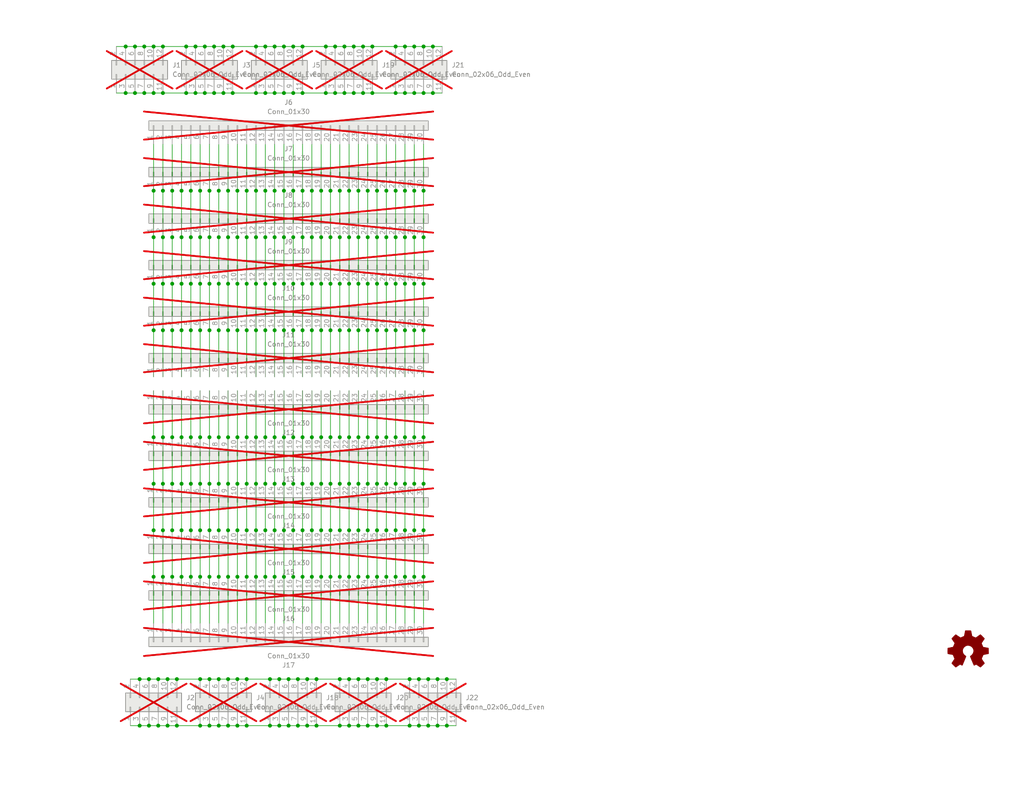
<source format=kicad_sch>
(kicad_sch (version 20230121) (generator eeschema)
  (paper "USLetter")
  (title_block (title "Control Interconnect Board OEDCS With Reworks") (date "2024-01-24") (rev "Rev 1.2") (company "Public Invention") (comment 1 "GNU Affero General Public License v3.0") (comment 2 "Contributor: Lawrence Kincheloe") (comment 3 "Drawn By: (Forrest) Lee Erickson"))
  (lib_symbols
    (symbol "Connector_Generic:Conn_01x30" (pin_names (offset 1.016) hide)
      (property "Reference" "J" (at 0 38.1 0))
      (property "Value" "Conn_01x30" (at 0 -40.64 0))
      (symbol "Conn_01x30_1_1"
        (pin passive line (at -5.08 35.56 0) (length 3.81) (name "Pin_1") (number "1"))
        (pin passive line (at -5.08 12.7 0) (length 3.81) (name "Pin_10") (number "10"))
        (pin passive line (at -5.08 10.16 0) (length 3.81) (name "Pin_11") (number "11"))
        (pin passive line (at -5.08 7.62 0) (length 3.81) (name "Pin_12") (number "12"))
        (pin passive line (at -5.08 5.08 0) (length 3.81) (name "Pin_13") (number "13"))
        (pin passive line (at -5.08 2.54 0) (length 3.81) (name "Pin_14") (number "14"))
        (pin passive line (at -5.08 0 0) (length 3.81) (name "Pin_15") (number "15"))
        (pin passive line (at -5.08 -2.54 0) (length 3.81) (name "Pin_16") (number "16"))
        (pin passive line (at -5.08 -5.08 0) (length 3.81) (name "Pin_17") (number "17"))
        (pin passive line (at -5.08 -7.62 0) (length 3.81) (name "Pin_18") (number "18"))
        (pin passive line (at -5.08 -10.16 0) (length 3.81) (name "Pin_19") (number "19"))
        (pin passive line (at -5.08 33.02 0) (length 3.81) (name "Pin_2") (number "2"))
        (pin passive line (at -5.08 -12.7 0) (length 3.81) (name "Pin_20") (number "20"))
        (pin passive line (at -5.08 -15.24 0) (length 3.81) (name "Pin_21") (number "21"))
        (pin passive line (at -5.08 -17.78 0) (length 3.81) (name "Pin_22") (number "22"))
        (pin passive line (at -5.08 -20.32 0) (length 3.81) (name "Pin_23") (number "23"))
        (pin passive line (at -5.08 -22.86 0) (length 3.81) (name "Pin_24") (number "24"))
        (pin passive line (at -5.08 -25.4 0) (length 3.81) (name "Pin_25") (number "25"))
        (pin passive line (at -5.08 -27.94 0) (length 3.81) (name "Pin_26") (number "26"))
        (pin passive line (at -5.08 -30.48 0) (length 3.81) (name "Pin_27") (number "27"))
        (pin passive line (at -5.08 -33.02 0) (length 3.81) (name "Pin_28") (number "28"))
        (pin passive line (at -5.08 -35.56 0) (length 3.81) (name "Pin_29") (number "29"))
        (pin passive line (at -5.08 30.48 0) (length 3.81) (name "Pin_3") (number "3"))
        (pin passive line (at -5.08 -38.1 0) (length 3.81) (name "Pin_30") (number "30"))
        (pin passive line (at -5.08 27.94 0) (length 3.81) (name "Pin_4") (number "4"))
        (pin passive line (at -5.08 25.4 0) (length 3.81) (name "Pin_5") (number "5"))
        (pin passive line (at -5.08 22.86 0) (length 3.81) (name "Pin_6") (number "6"))
        (pin passive line (at -5.08 20.32 0) (length 3.81) (name "Pin_7") (number "7"))
        (pin passive line (at -5.08 17.78 0) (length 3.81) (name "Pin_8") (number "8"))
        (pin passive line (at -5.08 15.24 0) (length 3.81) (name "Pin_9") (number "9"))
      )
    )
    (symbol "Connector_Generic:Conn_02x06_Odd_Even" (pin_names (offset 1.016) hide)
      (property "Reference" "J" (at 1.27 7.62 0))
      (property "Value" "Conn_02x06_Odd_Even" (at 1.27 -10.16 0))
      (symbol "Conn_02x06_Odd_Even_1_1"
        (pin passive line (at -5.08 5.08 0) (length 3.81) (name "Pin_1") (number "1"))
        (pin passive line (at 7.62 -5.08 180) (length 3.81) (name "Pin_10") (number "10"))
        (pin passive line (at -5.08 -7.62 0) (length 3.81) (name "Pin_11") (number "11"))
        (pin passive line (at 7.62 -7.62 180) (length 3.81) (name "Pin_12") (number "12"))
        (pin passive line (at 7.62 5.08 180) (length 3.81) (name "Pin_2") (number "2"))
        (pin passive line (at -5.08 2.54 0) (length 3.81) (name "Pin_3") (number "3"))
        (pin passive line (at 7.62 2.54 180) (length 3.81) (name "Pin_4") (number "4"))
        (pin passive line (at -5.08 0 0) (length 3.81) (name "Pin_5") (number "5"))
        (pin passive line (at 7.62 0 180) (length 3.81) (name "Pin_6") (number "6"))
        (pin passive line (at -5.08 -2.54 0) (length 3.81) (name "Pin_7") (number "7"))
        (pin passive line (at 7.62 -2.54 180) (length 3.81) (name "Pin_8") (number "8"))
        (pin passive line (at -5.08 -5.08 0) (length 3.81) (name "Pin_9") (number "9"))
      )
    )
    (symbol "Graphic:Logo_Open_Hardware_Small" (in_bom no) (on_board no))
  )
  (junction (at 95.25 157.48))
  (junction (at 50.8 25.4))
  (junction (at 69.85 119.38))
  (junction (at 76.2 185.42))
  (junction (at 115.57 64.77))
  (junction (at 110.49 119.38))
  (junction (at 121.92 185.42))
  (junction (at 95.25 144.78))
  (junction (at 54.61 64.77))
  (junction (at 115.57 144.78))
  (junction (at 67.31 157.48))
  (junction (at 93.98 25.4))
  (junction (at 100.33 90.17))
  (junction (at 80.01 12.7))
  (junction (at 90.17 90.17))
  (junction (at 115.57 12.7))
  (junction (at 87.63 157.48))
  (junction (at 80.01 132.08))
  (junction (at 116.84 185.42))
  (junction (at 88.9 25.4))
  (junction (at 46.99 119.38))
  (junction (at 97.79 77.47))
  (junction (at 64.77 185.42))
  (junction (at 113.03 77.47))
  (junction (at 97.79 144.78))
  (junction (at 48.26 185.42))
  (junction (at 46.99 132.08))
  (junction (at 90.17 157.48))
  (junction (at 107.95 12.7))
  (junction (at 41.91 52.07))
  (junction (at 81.28 198.12))
  (junction (at 41.91 132.08))
  (junction (at 44.45 25.4))
  (junction (at 74.93 157.48))
  (junction (at 110.49 64.77))
  (junction (at 53.34 12.7))
  (junction (at 95.25 198.12))
  (junction (at 97.79 119.38))
  (junction (at 58.42 25.4))
  (junction (at 105.41 132.08))
  (junction (at 54.61 157.48))
  (junction (at 62.23 132.08))
  (junction (at 107.95 64.77))
  (junction (at 121.92 198.12))
  (junction (at 105.41 198.12))
  (junction (at 44.45 64.77))
  (junction (at 113.03 132.08))
  (junction (at 74.93 52.07))
  (junction (at 85.09 90.17))
  (junction (at 85.09 119.38))
  (junction (at 52.07 132.08))
  (junction (at 87.63 64.77))
  (junction (at 86.36 185.42))
  (junction (at 69.85 12.7))
  (junction (at 69.85 52.07))
  (junction (at 105.41 157.48))
  (junction (at 36.83 12.7))
  (junction (at 46.99 157.48))
  (junction (at 63.5 25.4))
  (junction (at 49.53 157.48))
  (junction (at 57.15 90.17))
  (junction (at 85.09 144.78))
  (junction (at 85.09 52.07))
  (junction (at 83.82 185.42))
  (junction (at 105.41 119.38))
  (junction (at 99.06 12.7))
  (junction (at 64.77 132.08))
  (junction (at 107.95 119.38))
  (junction (at 59.69 144.78))
  (junction (at 113.03 157.48))
  (junction (at 57.15 52.07))
  (junction (at 60.96 12.7))
  (junction (at 85.09 157.48))
  (junction (at 87.63 119.38))
  (junction (at 59.69 64.77))
  (junction (at 105.41 185.42))
  (junction (at 45.72 185.42))
  (junction (at 110.49 90.17))
  (junction (at 102.87 132.08))
  (junction (at 62.23 185.42))
  (junction (at 41.91 64.77))
  (junction (at 113.03 90.17))
  (junction (at 54.61 132.08))
  (junction (at 77.47 90.17))
  (junction (at 54.61 144.78))
  (junction (at 41.91 77.47))
  (junction (at 105.41 90.17))
  (junction (at 49.53 77.47))
  (junction (at 102.87 157.48))
  (junction (at 67.31 144.78))
  (junction (at 62.23 157.48))
  (junction (at 91.44 25.4))
  (junction (at 95.25 132.08))
  (junction (at 72.39 90.17))
  (junction (at 60.96 25.4))
  (junction (at 74.93 90.17))
  (junction (at 54.61 52.07))
  (junction (at 107.95 144.78))
  (junction (at 59.69 132.08))
  (junction (at 80.01 157.48))
  (junction (at 34.29 25.4))
  (junction (at 38.1 198.12))
  (junction (at 81.28 185.42))
  (junction (at 67.31 90.17))
  (junction (at 90.17 52.07))
  (junction (at 92.71 90.17))
  (junction (at 80.01 77.47))
  (junction (at 72.39 52.07))
  (junction (at 52.07 90.17))
  (junction (at 59.69 52.07))
  (junction (at 69.85 157.48))
  (junction (at 62.23 144.78))
  (junction (at 92.71 64.77))
  (junction (at 77.47 144.78))
  (junction (at 100.33 185.42))
  (junction (at 115.57 25.4))
  (junction (at 82.55 144.78))
  (junction (at 85.09 64.77))
  (junction (at 110.49 12.7))
  (junction (at 105.41 77.47))
  (junction (at 67.31 132.08))
  (junction (at 67.31 119.38))
  (junction (at 102.87 198.12))
  (junction (at 110.49 157.48))
  (junction (at 67.31 52.07))
  (junction (at 107.95 157.48))
  (junction (at 46.99 52.07))
  (junction (at 105.41 52.07))
  (junction (at 54.61 185.42))
  (junction (at 54.61 77.47))
  (junction (at 67.31 64.77))
  (junction (at 115.57 90.17))
  (junction (at 77.47 157.48))
  (junction (at 72.39 25.4))
  (junction (at 107.95 132.08))
  (junction (at 119.38 198.12))
  (junction (at 41.91 25.4))
  (junction (at 82.55 12.7))
  (junction (at 105.41 144.78))
  (junction (at 95.25 119.38))
  (junction (at 74.93 144.78))
  (junction (at 69.85 25.4))
  (junction (at 80.01 90.17))
  (junction (at 62.23 198.12))
  (junction (at 115.57 119.38))
  (junction (at 40.64 185.42))
  (junction (at 63.5 12.7))
  (junction (at 49.53 144.78))
  (junction (at 115.57 52.07))
  (junction (at 110.49 25.4))
  (junction (at 67.31 198.12))
  (junction (at 72.39 157.48))
  (junction (at 100.33 144.78))
  (junction (at 90.17 77.47))
  (junction (at 85.09 77.47))
  (junction (at 82.55 52.07))
  (junction (at 100.33 119.38))
  (junction (at 97.79 185.42))
  (junction (at 82.55 77.47))
  (junction (at 92.71 119.38))
  (junction (at 48.26 198.12))
  (junction (at 57.15 77.47))
  (junction (at 97.79 90.17))
  (junction (at 64.77 119.38))
  (junction (at 116.84 198.12))
  (junction (at 77.47 132.08))
  (junction (at 39.37 12.7))
  (junction (at 111.76 185.42))
  (junction (at 57.15 119.38))
  (junction (at 114.3 198.12))
  (junction (at 41.91 144.78))
  (junction (at 97.79 198.12))
  (junction (at 52.07 52.07))
  (junction (at 77.47 119.38))
  (junction (at 87.63 90.17))
  (junction (at 57.15 185.42))
  (junction (at 44.45 157.48))
  (junction (at 92.71 198.12))
  (junction (at 64.77 157.48))
  (junction (at 90.17 64.77))
  (junction (at 96.52 12.7))
  (junction (at 57.15 157.48))
  (junction (at 85.09 132.08))
  (junction (at 105.41 64.77))
  (junction (at 113.03 12.7))
  (junction (at 99.06 25.4))
  (junction (at 93.98 12.7))
  (junction (at 64.77 77.47))
  (junction (at 73.66 185.42))
  (junction (at 88.9 12.7))
  (junction (at 46.99 90.17))
  (junction (at 72.39 77.47))
  (junction (at 115.57 157.48))
  (junction (at 87.63 77.47))
  (junction (at 54.61 119.38))
  (junction (at 74.93 12.7))
  (junction (at 110.49 132.08))
  (junction (at 107.95 77.47))
  (junction (at 110.49 52.07))
  (junction (at 86.36 198.12))
  (junction (at 55.88 12.7))
  (junction (at 113.03 144.78))
  (junction (at 54.61 90.17))
  (junction (at 43.18 198.12))
  (junction (at 80.01 119.38))
  (junction (at 102.87 52.07))
  (junction (at 58.42 12.7))
  (junction (at 44.45 119.38))
  (junction (at 64.77 198.12))
  (junction (at 52.07 157.48))
  (junction (at 100.33 132.08))
  (junction (at 100.33 77.47))
  (junction (at 95.25 52.07))
  (junction (at 52.07 144.78))
  (junction (at 45.72 198.12))
  (junction (at 52.07 119.38))
  (junction (at 91.44 12.7))
  (junction (at 110.49 77.47))
  (junction (at 80.01 52.07))
  (junction (at 107.95 52.07))
  (junction (at 113.03 52.07))
  (junction (at 101.6 12.7))
  (junction (at 39.37 25.4))
  (junction (at 59.69 185.42))
  (junction (at 41.91 12.7))
  (junction (at 77.47 64.77))
  (junction (at 76.2 198.12))
  (junction (at 44.45 52.07))
  (junction (at 113.03 119.38))
  (junction (at 113.03 25.4))
  (junction (at 49.53 64.77))
  (junction (at 83.82 198.12))
  (junction (at 57.15 144.78))
  (junction (at 78.74 198.12))
  (junction (at 69.85 90.17))
  (junction (at 74.93 25.4))
  (junction (at 92.71 144.78))
  (junction (at 72.39 119.38))
  (junction (at 80.01 25.4))
  (junction (at 100.33 64.77))
  (junction (at 41.91 90.17))
  (junction (at 44.45 90.17))
  (junction (at 95.25 77.47))
  (junction (at 44.45 132.08))
  (junction (at 87.63 132.08))
  (junction (at 54.61 198.12))
  (junction (at 74.93 64.77))
  (junction (at 87.63 144.78))
  (junction (at 96.52 25.4))
  (junction (at 119.38 185.42))
  (junction (at 34.29 12.7))
  (junction (at 62.23 119.38))
  (junction (at 41.91 119.38))
  (junction (at 102.87 77.47))
  (junction (at 114.3 185.42))
  (junction (at 36.83 25.4))
  (junction (at 62.23 52.07))
  (junction (at 107.95 90.17))
  (junction (at 46.99 64.77))
  (junction (at 78.74 185.42))
  (junction (at 77.47 12.7))
  (junction (at 118.11 12.7))
  (junction (at 72.39 12.7))
  (junction (at 44.45 144.78))
  (junction (at 77.47 52.07))
  (junction (at 57.15 198.12))
  (junction (at 92.71 77.47))
  (junction (at 118.11 25.4))
  (junction (at 46.99 77.47))
  (junction (at 102.87 144.78))
  (junction (at 95.25 185.42))
  (junction (at 72.39 132.08))
  (junction (at 74.93 77.47))
  (junction (at 52.07 77.47))
  (junction (at 69.85 64.77))
  (junction (at 92.71 132.08))
  (junction (at 49.53 132.08))
  (junction (at 90.17 144.78))
  (junction (at 102.87 90.17))
  (junction (at 97.79 157.48))
  (junction (at 92.71 185.42))
  (junction (at 100.33 157.48))
  (junction (at 80.01 64.77))
  (junction (at 107.95 25.4))
  (junction (at 82.55 132.08))
  (junction (at 43.18 185.42))
  (junction (at 97.79 52.07))
  (junction (at 82.55 119.38))
  (junction (at 80.01 144.78))
  (junction (at 62.23 64.77))
  (junction (at 102.87 119.38))
  (junction (at 74.93 119.38))
  (junction (at 87.63 52.07))
  (junction (at 49.53 90.17))
  (junction (at 62.23 90.17))
  (junction (at 69.85 132.08))
  (junction (at 55.88 25.4))
  (junction (at 64.77 64.77))
  (junction (at 92.71 157.48))
  (junction (at 67.31 185.42))
  (junction (at 72.39 64.77))
  (junction (at 92.71 52.07))
  (junction (at 49.53 52.07))
  (junction (at 69.85 77.47))
  (junction (at 72.39 144.78))
  (junction (at 69.85 144.78))
  (junction (at 57.15 64.77))
  (junction (at 59.69 90.17))
  (junction (at 77.47 77.47))
  (junction (at 59.69 77.47))
  (junction (at 44.45 12.7))
  (junction (at 49.53 119.38))
  (junction (at 67.31 77.47))
  (junction (at 59.69 198.12))
  (junction (at 101.6 25.4))
  (junction (at 77.47 25.4))
  (junction (at 97.79 132.08))
  (junction (at 110.49 144.78))
  (junction (at 102.87 185.42))
  (junction (at 46.99 144.78))
  (junction (at 44.45 77.47))
  (junction (at 40.64 198.12))
  (junction (at 59.69 157.48))
  (junction (at 38.1 185.42))
  (junction (at 82.55 64.77))
  (junction (at 82.55 25.4))
  (junction (at 90.17 132.08))
  (junction (at 52.07 64.77))
  (junction (at 73.66 198.12))
  (junction (at 115.57 132.08))
  (junction (at 111.76 198.12))
  (junction (at 115.57 77.47))
  (junction (at 97.79 64.77))
  (junction (at 102.87 64.77))
  (junction (at 53.34 25.4))
  (junction (at 41.91 157.48))
  (junction (at 64.77 52.07))
  (junction (at 100.33 198.12))
  (junction (at 95.25 64.77))
  (junction (at 82.55 157.48))
  (junction (at 100.33 52.07))
  (junction (at 95.25 90.17))
  (junction (at 74.93 132.08))
  (junction (at 59.69 119.38))
  (junction (at 113.03 64.77))
  (junction (at 62.23 77.47))
  (junction (at 64.77 144.78))
  (junction (at 57.15 132.08))
  (junction (at 82.55 90.17))
  (junction (at 90.17 119.38))
  (junction (at 50.8 12.7))
  (junction (at 64.77 90.17))
  (wire (pts (xy 80.01 170.18) (xy 80.01 157.48)))
  (wire (pts (xy 59.69 185.42) (xy 62.23 185.42)))
  (wire (pts (xy 67.31 39.37) (xy 67.31 52.07)))
  (wire (pts (xy 115.57 12.7) (xy 118.11 12.7)))
  (wire (pts (xy 59.69 144.78) (xy 59.69 132.08)))
  (wire (pts (xy 77.47 25.4) (xy 80.01 25.4)))
  (wire (pts (xy 76.2 185.42) (xy 78.74 185.42)))
  (wire (pts (xy 107.95 12.7) (xy 110.49 12.7)))
  (wire (pts (xy 82.55 157.48) (xy 82.55 144.78)))
  (wire (pts (xy 69.85 25.4) (xy 72.39 25.4)))
  (wire (pts (xy 93.98 12.7) (xy 96.52 12.7)))
  (wire (pts (xy 76.2 198.12) (xy 78.74 198.12)))
  (wire (pts (xy 67.31 64.77) (xy 67.31 77.47)))
  (wire (pts (xy 102.87 170.18) (xy 102.87 157.48)))
  (wire (pts (xy 49.53 64.77) (xy 49.53 77.47)))
  (wire (pts (xy 41.91 52.07) (xy 41.91 64.77)))
  (wire (pts (xy 52.07 64.77) (xy 52.07 77.47)))
  (wire (pts (xy 31.75 12.7) (xy 34.29 12.7)))
  (wire (pts (xy 82.55 144.78) (xy 82.55 132.08)))
  (wire (pts (xy 85.09 90.17) (xy 85.09 102.87)))
  (wire (pts (xy 80.01 77.47) (xy 80.01 90.17)))
  (wire (pts (xy 55.88 12.7) (xy 58.42 12.7)))
  (wire (pts (xy 72.39 77.47) (xy 72.39 90.17)))
  (wire (pts (xy 113.03 52.07) (xy 113.03 64.77)))
  (wire (pts (xy 41.91 144.78) (xy 41.91 132.08)))
  (wire (pts (xy 67.31 198.12) (xy 73.66 198.12)))
  (wire (pts (xy 80.01 90.17) (xy 80.01 102.87)))
  (wire (pts (xy 82.55 64.77) (xy 82.55 77.47)))
  (wire (pts (xy 57.15 157.48) (xy 57.15 144.78)))
  (wire (pts (xy 49.53 39.37) (xy 49.53 52.07)))
  (wire (pts (xy 73.66 185.42) (xy 76.2 185.42)))
  (wire (pts (xy 85.09 157.48) (xy 85.09 144.78)))
  (wire (pts (xy 54.61 132.08) (xy 54.61 119.38)))
  (wire (pts (xy 45.72 198.12) (xy 48.26 198.12)))
  (wire (pts (xy 34.29 12.7) (xy 36.83 12.7)))
  (wire (pts (xy 64.77 90.17) (xy 64.77 102.87)))
  (wire (pts (xy 67.31 52.07) (xy 67.31 64.77)))
  (wire (pts (xy 64.77 198.12) (xy 67.31 198.12)))
  (wire (pts (xy 86.36 198.12) (xy 92.71 198.12)))
  (wire (pts (xy 64.77 157.48) (xy 64.77 144.78)))
  (wire (pts (xy 114.3 185.42) (xy 116.84 185.42)))
  (wire (pts (xy 80.01 144.78) (xy 80.01 132.08)))
  (wire (pts (xy 74.93 39.37) (xy 74.93 52.07)))
  (wire (pts (xy 67.31 77.47) (xy 67.31 90.17)))
  (wire (pts (xy 67.31 157.48) (xy 67.31 144.78)))
  (wire (pts (xy 60.96 12.7) (xy 63.5 12.7)))
  (wire (pts (xy 46.99 52.07) (xy 46.99 64.77)))
  (wire (pts (xy 115.57 90.17) (xy 115.57 102.87)))
  (wire (pts (xy 64.77 39.37) (xy 64.77 52.07)))
  (wire (pts (xy 97.79 90.17) (xy 97.79 102.87)))
  (wire (pts (xy 72.39 12.7) (xy 74.93 12.7)))
  (wire (pts (xy 35.56 185.42) (xy 38.1 185.42)))
  (wire (pts (xy 63.5 12.7) (xy 69.85 12.7)))
  (wire (pts (xy 49.53 90.17) (xy 49.53 102.87)))
  (wire (pts (xy 91.44 12.7) (xy 93.98 12.7)))
  (wire (pts (xy 36.83 25.4) (xy 39.37 25.4)))
  (wire (pts (xy 99.06 12.7) (xy 101.6 12.7)))
  (wire (pts (xy 102.87 198.12) (xy 105.41 198.12)))
  (wire (pts (xy 97.79 39.37) (xy 97.79 52.07)))
  (wire (pts (xy 67.31 90.17) (xy 67.31 102.87)))
  (wire (pts (xy 62.23 185.42) (xy 64.77 185.42)))
  (wire (pts (xy 90.17 119.38) (xy 90.17 106.68)))
  (wire (pts (xy 110.49 132.08) (xy 110.49 119.38)))
  (wire (pts (xy 110.49 90.17) (xy 110.49 102.87)))
  (wire (pts (xy 102.87 39.37) (xy 102.87 52.07)))
  (wire (pts (xy 102.87 52.07) (xy 102.87 64.77)))
  (wire (pts (xy 110.49 170.18) (xy 110.49 157.48)))
  (wire (pts (xy 92.71 39.37) (xy 92.71 52.07)))
  (wire (pts (xy 100.33 64.77) (xy 100.33 77.47)))
  (wire (pts (xy 105.41 132.08) (xy 105.41 119.38)))
  (wire (pts (xy 95.25 119.38) (xy 95.25 106.68)))
  (wire (pts (xy 35.56 198.12) (xy 38.1 198.12)))
  (wire (pts (xy 78.74 198.12) (xy 81.28 198.12)))
  (wire (pts (xy 40.64 198.12) (xy 43.18 198.12)))
  (wire (pts (xy 87.63 170.18) (xy 87.63 157.48)))
  (wire (pts (xy 67.31 185.42) (xy 73.66 185.42)))
  (wire (pts (xy 115.57 157.48) (xy 115.57 144.78)))
  (wire (pts (xy 90.17 157.48) (xy 90.17 144.78)))
  (wire (pts (xy 97.79 185.42) (xy 100.33 185.42)))
  (wire (pts (xy 87.63 64.77) (xy 87.63 77.47)))
  (wire (pts (xy 50.8 25.4) (xy 53.34 25.4)))
  (wire (pts (xy 57.15 170.18) (xy 57.15 157.48)))
  (wire (pts (xy 48.26 198.12) (xy 54.61 198.12)))
  (wire (pts (xy 87.63 132.08) (xy 87.63 119.38)))
  (wire (pts (xy 107.95 132.08) (xy 107.95 119.38)))
  (wire (pts (xy 53.34 12.7) (xy 55.88 12.7)))
  (wire (pts (xy 58.42 25.4) (xy 60.96 25.4)))
  (wire (pts (xy 85.09 39.37) (xy 85.09 52.07)))
  (wire (pts (xy 54.61 64.77) (xy 54.61 77.47)))
  (wire (pts (xy 49.53 119.38) (xy 49.53 106.68)))
  (wire (pts (xy 83.82 198.12) (xy 86.36 198.12)))
  (wire (pts (xy 58.42 12.7) (xy 60.96 12.7)))
  (wire (pts (xy 59.69 132.08) (xy 59.69 119.38)))
  (wire (pts (xy 82.55 90.17) (xy 82.55 102.87)))
  (wire (pts (xy 59.69 157.48) (xy 59.69 144.78)))
  (wire (pts (xy 69.85 157.48) (xy 69.85 144.78)))
  (wire (pts (xy 110.49 77.47) (xy 110.49 90.17)))
  (wire (pts (xy 46.99 119.38) (xy 46.99 106.68)))
  (wire (pts (xy 44.45 90.17) (xy 44.45 102.87)))
  (wire (pts (xy 53.34 25.4) (xy 55.88 25.4)))
  (wire (pts (xy 43.18 198.12) (xy 45.72 198.12)))
  (wire (pts (xy 90.17 132.08) (xy 90.17 119.38)))
  (wire (pts (xy 86.36 185.42) (xy 92.71 185.42)))
  (wire (pts (xy 102.87 64.77) (xy 102.87 77.47)))
  (wire (pts (xy 119.38 185.42) (xy 121.92 185.42)))
  (wire (pts (xy 62.23 198.12) (xy 64.77 198.12)))
  (wire (pts (xy 44.45 132.08) (xy 44.45 119.38)))
  (wire (pts (xy 41.91 157.48) (xy 41.91 144.78)))
  (wire (pts (xy 82.55 132.08) (xy 82.55 119.38)))
  (wire (pts (xy 67.31 132.08) (xy 67.31 119.38)))
  (wire (pts (xy 90.17 170.18) (xy 90.17 157.48)))
  (wire (pts (xy 69.85 170.18) (xy 69.85 157.48)))
  (wire (pts (xy 62.23 170.18) (xy 62.23 157.48)))
  (wire (pts (xy 92.71 119.38) (xy 92.71 106.68)))
  (wire (pts (xy 92.71 77.47) (xy 92.71 90.17)))
  (wire (pts (xy 115.57 132.08) (xy 115.57 119.38)))
  (wire (pts (xy 96.52 25.4) (xy 99.06 25.4)))
  (wire (pts (xy 69.85 119.38) (xy 69.85 106.68)))
  (wire (pts (xy 69.85 39.37) (xy 69.85 52.07)))
  (wire (pts (xy 87.63 39.37) (xy 87.63 52.07)))
  (wire (pts (xy 74.93 157.48) (xy 74.93 144.78)))
  (wire (pts (xy 113.03 144.78) (xy 113.03 132.08)))
  (wire (pts (xy 105.41 77.47) (xy 105.41 90.17)))
  (wire (pts (xy 54.61 144.78) (xy 54.61 132.08)))
  (wire (pts (xy 97.79 144.78) (xy 97.79 132.08)))
  (wire (pts (xy 105.41 90.17) (xy 105.41 102.87)))
  (wire (pts (xy 73.66 198.12) (xy 76.2 198.12)))
  (wire (pts (xy 110.49 25.4) (xy 113.03 25.4)))
  (wire (pts (xy 44.45 52.07) (xy 44.45 64.77)))
  (wire (pts (xy 82.55 39.37) (xy 82.55 52.07)))
  (wire (pts (xy 54.61 77.47) (xy 54.61 90.17)))
  (wire (pts (xy 82.55 77.47) (xy 82.55 90.17)))
  (wire (pts (xy 44.45 170.18) (xy 44.45 157.48)))
  (wire (pts (xy 105.41 144.78) (xy 105.41 132.08)))
  (wire (pts (xy 44.45 12.7) (xy 50.8 12.7)))
  (wire (pts (xy 107.95 119.38) (xy 107.95 106.68)))
  (wire (pts (xy 97.79 52.07) (xy 97.79 64.77)))
  (wire (pts (xy 46.99 39.37) (xy 46.99 52.07)))
  (wire (pts (xy 81.28 198.12) (xy 83.82 198.12)))
  (wire (pts (xy 101.6 25.4) (xy 107.95 25.4)))
  (wire (pts (xy 111.76 198.12) (xy 114.3 198.12)))
  (wire (pts (xy 72.39 64.77) (xy 72.39 77.47)))
  (wire (pts (xy 41.91 119.38) (xy 41.91 106.68)))
  (wire (pts (xy 41.91 170.18) (xy 41.91 157.48)))
  (wire (pts (xy 97.79 119.38) (xy 97.79 106.68)))
  (wire (pts (xy 82.55 52.07) (xy 82.55 64.77)))
  (wire (pts (xy 85.09 77.47) (xy 85.09 90.17)))
  (wire (pts (xy 107.95 64.77) (xy 107.95 77.47)))
  (wire (pts (xy 41.91 39.37) (xy 41.91 52.07)))
  (wire (pts (xy 48.26 185.42) (xy 54.61 185.42)))
  (wire (pts (xy 52.07 132.08) (xy 52.07 119.38)))
  (wire (pts (xy 72.39 25.4) (xy 74.93 25.4)))
  (wire (pts (xy 54.61 119.38) (xy 54.61 106.68)))
  (wire (pts (xy 115.57 64.77) (xy 115.57 77.47)))
  (wire (pts (xy 121.92 185.42) (xy 124.46 185.42)))
  (wire (pts (xy 107.95 157.48) (xy 107.95 144.78)))
  (wire (pts (xy 59.69 52.07) (xy 59.69 64.77)))
  (wire (pts (xy 69.85 52.07) (xy 69.85 64.77)))
  (wire (pts (xy 52.07 39.37) (xy 52.07 52.07)))
  (wire (pts (xy 99.06 25.4) (xy 101.6 25.4)))
  (wire (pts (xy 85.09 64.77) (xy 85.09 77.47)))
  (wire (pts (xy 102.87 185.42) (xy 105.41 185.42)))
  (wire (pts (xy 52.07 52.07) (xy 52.07 64.77)))
  (wire (pts (xy 55.88 25.4) (xy 58.42 25.4)))
  (wire (pts (xy 77.47 119.38) (xy 77.47 106.68)))
  (wire (pts (xy 107.95 52.07) (xy 107.95 64.77)))
  (wire (pts (xy 64.77 119.38) (xy 64.77 106.68)))
  (wire (pts (xy 74.93 90.17) (xy 74.93 102.87)))
  (wire (pts (xy 110.49 12.7) (xy 113.03 12.7)))
  (wire (pts (xy 57.15 185.42) (xy 59.69 185.42)))
  (wire (pts (xy 52.07 119.38) (xy 52.07 106.68)))
  (wire (pts (xy 80.01 132.08) (xy 80.01 119.38)))
  (wire (pts (xy 59.69 119.38) (xy 59.69 106.68)))
  (wire (pts (xy 62.23 119.38) (xy 62.23 106.68)))
  (wire (pts (xy 95.25 157.48) (xy 95.25 144.78)))
  (wire (pts (xy 110.49 64.77) (xy 110.49 77.47)))
  (wire (pts (xy 62.23 39.37) (xy 62.23 52.07)))
  (wire (pts (xy 100.33 157.48) (xy 100.33 144.78)))
  (wire (pts (xy 67.31 144.78) (xy 67.31 132.08)))
  (wire (pts (xy 74.93 144.78) (xy 74.93 132.08)))
  (wire (pts (xy 105.41 185.42) (xy 111.76 185.42)))
  (wire (pts (xy 69.85 64.77) (xy 69.85 77.47)))
  (wire (pts (xy 87.63 119.38) (xy 87.63 106.68)))
  (wire (pts (xy 87.63 77.47) (xy 87.63 90.17)))
  (wire (pts (xy 87.63 157.48) (xy 87.63 144.78)))
  (wire (pts (xy 49.53 170.18) (xy 49.53 157.48)))
  (wire (pts (xy 59.69 170.18) (xy 59.69 157.48)))
  (wire (pts (xy 72.39 90.17) (xy 72.39 102.87)))
  (wire (pts (xy 85.09 144.78) (xy 85.09 132.08)))
  (wire (pts (xy 62.23 52.07) (xy 62.23 64.77)))
  (wire (pts (xy 54.61 39.37) (xy 54.61 52.07)))
  (wire (pts (xy 95.25 77.47) (xy 95.25 90.17)))
  (wire (pts (xy 72.39 132.08) (xy 72.39 119.38)))
  (wire (pts (xy 97.79 64.77) (xy 97.79 77.47)))
  (wire (pts (xy 80.01 119.38) (xy 80.01 106.68)))
  (wire (pts (xy 102.87 144.78) (xy 102.87 132.08)))
  (wire (pts (xy 100.33 119.38) (xy 100.33 106.68)))
  (wire (pts (xy 60.96 25.4) (xy 63.5 25.4)))
  (wire (pts (xy 52.07 144.78) (xy 52.07 132.08)))
  (wire (pts (xy 107.95 39.37) (xy 107.95 52.07)))
  (wire (pts (xy 64.77 144.78) (xy 64.77 132.08)))
  (wire (pts (xy 67.31 119.38) (xy 67.31 106.68)))
  (wire (pts (xy 102.87 77.47) (xy 102.87 90.17)))
  (wire (pts (xy 45.72 185.42) (xy 48.26 185.42)))
  (wire (pts (xy 80.01 12.7) (xy 82.55 12.7)))
  (wire (pts (xy 96.52 12.7) (xy 99.06 12.7)))
  (wire (pts (xy 100.33 77.47) (xy 100.33 90.17)))
  (wire (pts (xy 77.47 12.7) (xy 80.01 12.7)))
  (wire (pts (xy 100.33 198.12) (xy 102.87 198.12)))
  (wire (pts (xy 54.61 185.42) (xy 57.15 185.42)))
  (wire (pts (xy 72.39 39.37) (xy 72.39 52.07)))
  (wire (pts (xy 34.29 25.4) (xy 36.83 25.4)))
  (wire (pts (xy 77.47 157.48) (xy 77.47 144.78)))
  (wire (pts (xy 80.01 64.77) (xy 80.01 77.47)))
  (wire (pts (xy 110.49 144.78) (xy 110.49 132.08)))
  (wire (pts (xy 49.53 52.07) (xy 49.53 64.77)))
  (wire (pts (xy 92.71 157.48) (xy 92.71 144.78)))
  (wire (pts (xy 115.57 170.18) (xy 115.57 157.48)))
  (wire (pts (xy 82.55 119.38) (xy 82.55 106.68)))
  (wire (pts (xy 57.15 52.07) (xy 57.15 64.77)))
  (wire (pts (xy 107.95 25.4) (xy 110.49 25.4)))
  (wire (pts (xy 57.15 77.47) (xy 57.15 90.17)))
  (wire (pts (xy 44.45 144.78) (xy 44.45 132.08)))
  (wire (pts (xy 105.41 39.37) (xy 105.41 52.07)))
  (wire (pts (xy 74.93 52.07) (xy 74.93 64.77)))
  (wire (pts (xy 74.93 170.18) (xy 74.93 157.48)))
  (wire (pts (xy 41.91 132.08) (xy 41.91 119.38)))
  (wire (pts (xy 77.47 144.78) (xy 77.47 132.08)))
  (wire (pts (xy 100.33 39.37) (xy 100.33 52.07)))
  (wire (pts (xy 54.61 170.18) (xy 54.61 157.48)))
  (wire (pts (xy 49.53 132.08) (xy 49.53 119.38)))
  (wire (pts (xy 69.85 77.47) (xy 69.85 90.17)))
  (wire (pts (xy 57.15 90.17) (xy 57.15 102.87)))
  (wire (pts (xy 90.17 90.17) (xy 90.17 102.87)))
  (wire (pts (xy 64.77 64.77) (xy 64.77 77.47)))
  (wire (pts (xy 115.57 119.38) (xy 115.57 106.68)))
  (wire (pts (xy 90.17 77.47) (xy 90.17 90.17)))
  (wire (pts (xy 72.39 170.18) (xy 72.39 157.48)))
  (wire (pts (xy 59.69 64.77) (xy 59.69 77.47)))
  (wire (pts (xy 113.03 170.18) (xy 113.03 157.48)))
  (wire (pts (xy 52.07 157.48) (xy 52.07 144.78)))
  (wire (pts (xy 46.99 90.17) (xy 46.99 102.87)))
  (wire (pts (xy 87.63 144.78) (xy 87.63 132.08)))
  (wire (pts (xy 40.64 185.42) (xy 43.18 185.42)))
  (wire (pts (xy 39.37 12.7) (xy 41.91 12.7)))
  (wire (pts (xy 57.15 198.12) (xy 59.69 198.12)))
  (wire (pts (xy 69.85 132.08) (xy 69.85 119.38)))
  (wire (pts (xy 77.47 39.37) (xy 77.47 52.07)))
  (wire (pts (xy 74.93 64.77) (xy 74.93 77.47)))
  (wire (pts (xy 57.15 64.77) (xy 57.15 77.47)))
  (wire (pts (xy 113.03 12.7) (xy 115.57 12.7)))
  (wire (pts (xy 92.71 52.07) (xy 92.71 64.77)))
  (wire (pts (xy 52.07 170.18) (xy 52.07 157.48)))
  (wire (pts (xy 77.47 64.77) (xy 77.47 77.47)))
  (wire (pts (xy 62.23 132.08) (xy 62.23 119.38)))
  (wire (pts (xy 46.99 157.48) (xy 46.99 144.78)))
  (wire (pts (xy 49.53 144.78) (xy 49.53 132.08)))
  (wire (pts (xy 80.01 157.48) (xy 80.01 144.78)))
  (wire (pts (xy 105.41 198.12) (xy 111.76 198.12)))
  (wire (pts (xy 52.07 77.47) (xy 52.07 90.17)))
  (wire (pts (xy 100.33 170.18) (xy 100.33 157.48)))
  (wire (pts (xy 31.75 25.4) (xy 34.29 25.4)))
  (wire (pts (xy 107.95 144.78) (xy 107.95 132.08)))
  (wire (pts (xy 100.33 144.78) (xy 100.33 132.08)))
  (wire (pts (xy 54.61 157.48) (xy 54.61 144.78)))
  (wire (pts (xy 111.76 185.42) (xy 114.3 185.42)))
  (wire (pts (xy 115.57 39.37) (xy 115.57 52.07)))
  (wire (pts (xy 38.1 185.42) (xy 40.64 185.42)))
  (wire (pts (xy 85.09 52.07) (xy 85.09 64.77)))
  (wire (pts (xy 64.77 52.07) (xy 64.77 64.77)))
  (wire (pts (xy 80.01 25.4) (xy 82.55 25.4)))
  (wire (pts (xy 44.45 39.37) (xy 44.45 52.07)))
  (wire (pts (xy 77.47 170.18) (xy 77.47 157.48)))
  (wire (pts (xy 59.69 90.17) (xy 59.69 102.87)))
  (wire (pts (xy 74.93 77.47) (xy 74.93 90.17)))
  (wire (pts (xy 74.93 132.08) (xy 74.93 119.38)))
  (wire (pts (xy 64.77 132.08) (xy 64.77 119.38)))
  (wire (pts (xy 113.03 64.77) (xy 113.03 77.47)))
  (wire (pts (xy 121.92 198.12) (xy 124.46 198.12)))
  (wire (pts (xy 113.03 119.38) (xy 113.03 106.68)))
  (wire (pts (xy 113.03 77.47) (xy 113.03 90.17)))
  (wire (pts (xy 44.45 64.77) (xy 44.45 77.47)))
  (wire (pts (xy 97.79 132.08) (xy 97.79 119.38)))
  (wire (pts (xy 57.15 132.08) (xy 57.15 119.38)))
  (wire (pts (xy 80.01 39.37) (xy 80.01 52.07)))
  (wire (pts (xy 105.41 64.77) (xy 105.41 77.47)))
  (wire (pts (xy 74.93 12.7) (xy 77.47 12.7)))
  (wire (pts (xy 101.6 12.7) (xy 107.95 12.7)))
  (wire (pts (xy 41.91 25.4) (xy 44.45 25.4)))
  (wire (pts (xy 72.39 157.48) (xy 72.39 144.78)))
  (wire (pts (xy 62.23 157.48) (xy 62.23 144.78)))
  (wire (pts (xy 64.77 77.47) (xy 64.77 90.17)))
  (wire (pts (xy 87.63 52.07) (xy 87.63 64.77)))
  (wire (pts (xy 115.57 77.47) (xy 115.57 90.17)))
  (wire (pts (xy 115.57 144.78) (xy 115.57 132.08)))
  (wire (pts (xy 38.1 198.12) (xy 40.64 198.12)))
  (wire (pts (xy 110.49 52.07) (xy 110.49 64.77)))
  (wire (pts (xy 113.03 157.48) (xy 113.03 144.78)))
  (wire (pts (xy 107.95 90.17) (xy 107.95 102.87)))
  (wire (pts (xy 69.85 12.7) (xy 72.39 12.7)))
  (wire (pts (xy 82.55 12.7) (xy 88.9 12.7)))
  (wire (pts (xy 57.15 144.78) (xy 57.15 132.08)))
  (wire (pts (xy 115.57 25.4) (xy 118.11 25.4)))
  (wire (pts (xy 62.23 90.17) (xy 62.23 102.87)))
  (wire (pts (xy 39.37 25.4) (xy 41.91 25.4)))
  (wire (pts (xy 82.55 25.4) (xy 88.9 25.4)))
  (wire (pts (xy 102.87 157.48) (xy 102.87 144.78)))
  (wire (pts (xy 110.49 39.37) (xy 110.49 52.07)))
  (wire (pts (xy 95.25 170.18) (xy 95.25 157.48)))
  (wire (pts (xy 44.45 77.47) (xy 44.45 90.17)))
  (wire (pts (xy 82.55 170.18) (xy 82.55 157.48)))
  (wire (pts (xy 77.47 90.17) (xy 77.47 102.87)))
  (wire (pts (xy 50.8 12.7) (xy 53.34 12.7)))
  (wire (pts (xy 95.25 90.17) (xy 95.25 102.87)))
  (wire (pts (xy 41.91 90.17) (xy 41.91 102.87)))
  (wire (pts (xy 52.07 90.17) (xy 52.07 102.87)))
  (wire (pts (xy 113.03 90.17) (xy 113.03 102.87)))
  (wire (pts (xy 46.99 132.08) (xy 46.99 119.38)))
  (wire (pts (xy 41.91 77.47) (xy 41.91 90.17)))
  (wire (pts (xy 87.63 90.17) (xy 87.63 102.87)))
  (wire (pts (xy 36.83 12.7) (xy 39.37 12.7)))
  (wire (pts (xy 118.11 25.4) (xy 120.65 25.4)))
  (wire (pts (xy 49.53 157.48) (xy 49.53 144.78)))
  (wire (pts (xy 41.91 12.7) (xy 44.45 12.7)))
  (wire (pts (xy 62.23 64.77) (xy 62.23 77.47)))
  (wire (pts (xy 95.25 144.78) (xy 95.25 132.08)))
  (wire (pts (xy 67.31 170.18) (xy 67.31 157.48)))
  (wire (pts (xy 62.23 77.47) (xy 62.23 90.17)))
  (wire (pts (xy 107.95 170.18) (xy 107.95 157.48)))
  (wire (pts (xy 92.71 64.77) (xy 92.71 77.47)))
  (wire (pts (xy 113.03 132.08) (xy 113.03 119.38)))
  (wire (pts (xy 74.93 25.4) (xy 77.47 25.4)))
  (wire (pts (xy 105.41 119.38) (xy 105.41 106.68)))
  (wire (pts (xy 90.17 64.77) (xy 90.17 77.47)))
  (wire (pts (xy 100.33 132.08) (xy 100.33 119.38)))
  (wire (pts (xy 113.03 25.4) (xy 115.57 25.4)))
  (wire (pts (xy 59.69 39.37) (xy 59.69 52.07)))
  (wire (pts (xy 44.45 25.4) (xy 50.8 25.4)))
  (wire (pts (xy 46.99 64.77) (xy 46.99 77.47)))
  (wire (pts (xy 100.33 185.42) (xy 102.87 185.42)))
  (wire (pts (xy 95.25 64.77) (xy 95.25 77.47)))
  (wire (pts (xy 64.77 170.18) (xy 64.77 157.48)))
  (wire (pts (xy 69.85 144.78) (xy 69.85 132.08)))
  (wire (pts (xy 59.69 77.47) (xy 59.69 90.17)))
  (wire (pts (xy 92.71 198.12) (xy 95.25 198.12)))
  (wire (pts (xy 69.85 90.17) (xy 69.85 102.87)))
  (wire (pts (xy 77.47 52.07) (xy 77.47 64.77)))
  (wire (pts (xy 41.91 64.77) (xy 41.91 77.47)))
  (wire (pts (xy 88.9 12.7) (xy 91.44 12.7)))
  (wire (pts (xy 92.71 185.42) (xy 95.25 185.42)))
  (wire (pts (xy 110.49 119.38) (xy 110.49 106.68)))
  (wire (pts (xy 80.01 52.07) (xy 80.01 64.77)))
  (wire (pts (xy 116.84 198.12) (xy 119.38 198.12)))
  (wire (pts (xy 74.93 119.38) (xy 74.93 106.68)))
  (wire (pts (xy 91.44 25.4) (xy 93.98 25.4)))
  (wire (pts (xy 46.99 144.78) (xy 46.99 132.08)))
  (wire (pts (xy 118.11 12.7) (xy 120.65 12.7)))
  (wire (pts (xy 110.49 157.48) (xy 110.49 144.78)))
  (wire (pts (xy 85.09 170.18) (xy 85.09 157.48)))
  (wire (pts (xy 95.25 198.12) (xy 97.79 198.12)))
  (wire (pts (xy 85.09 119.38) (xy 85.09 106.68)))
  (wire (pts (xy 92.71 170.18) (xy 92.71 157.48)))
  (wire (pts (xy 63.5 25.4) (xy 69.85 25.4)))
  (wire (pts (xy 116.84 185.42) (xy 119.38 185.42)))
  (wire (pts (xy 62.23 144.78) (xy 62.23 132.08)))
  (wire (pts (xy 54.61 52.07) (xy 54.61 64.77)))
  (wire (pts (xy 54.61 90.17) (xy 54.61 102.87)))
  (wire (pts (xy 97.79 77.47) (xy 97.79 90.17)))
  (wire (pts (xy 90.17 144.78) (xy 90.17 132.08)))
  (wire (pts (xy 72.39 144.78) (xy 72.39 132.08)))
  (wire (pts (xy 102.87 132.08) (xy 102.87 119.38)))
  (wire (pts (xy 114.3 198.12) (xy 116.84 198.12)))
  (wire (pts (xy 97.79 198.12) (xy 100.33 198.12)))
  (wire (pts (xy 44.45 157.48) (xy 44.45 144.78)))
  (wire (pts (xy 115.57 52.07) (xy 115.57 64.77)))
  (wire (pts (xy 92.71 132.08) (xy 92.71 119.38)))
  (wire (pts (xy 100.33 52.07) (xy 100.33 64.77)))
  (wire (pts (xy 64.77 185.42) (xy 67.31 185.42)))
  (wire (pts (xy 46.99 170.18) (xy 46.99 157.48)))
  (wire (pts (xy 90.17 52.07) (xy 90.17 64.77)))
  (wire (pts (xy 95.25 39.37) (xy 95.25 52.07)))
  (wire (pts (xy 97.79 170.18) (xy 97.79 157.48)))
  (wire (pts (xy 100.33 90.17) (xy 100.33 102.87)))
  (wire (pts (xy 72.39 119.38) (xy 72.39 106.68)))
  (wire (pts (xy 95.25 132.08) (xy 95.25 119.38)))
  (wire (pts (xy 83.82 185.42) (xy 86.36 185.42)))
  (wire (pts (xy 46.99 77.47) (xy 46.99 90.17)))
  (wire (pts (xy 105.41 52.07) (xy 105.41 64.77)))
  (wire (pts (xy 102.87 119.38) (xy 102.87 106.68)))
  (wire (pts (xy 93.98 25.4) (xy 96.52 25.4)))
  (wire (pts (xy 102.87 90.17) (xy 102.87 102.87)))
  (wire (pts (xy 90.17 39.37) (xy 90.17 52.07)))
  (wire (pts (xy 72.39 52.07) (xy 72.39 64.77)))
  (wire (pts (xy 57.15 39.37) (xy 57.15 52.07)))
  (wire (pts (xy 77.47 77.47) (xy 77.47 90.17)))
  (wire (pts (xy 59.69 198.12) (xy 62.23 198.12)))
  (wire (pts (xy 44.45 119.38) (xy 44.45 106.68)))
  (wire (pts (xy 97.79 157.48) (xy 97.79 144.78)))
  (wire (pts (xy 113.03 39.37) (xy 113.03 52.07)))
  (wire (pts (xy 77.47 132.08) (xy 77.47 119.38)))
  (wire (pts (xy 95.25 185.42) (xy 97.79 185.42)))
  (wire (pts (xy 95.25 52.07) (xy 95.25 64.77)))
  (wire (pts (xy 85.09 132.08) (xy 85.09 119.38)))
  (wire (pts (xy 119.38 198.12) (xy 121.92 198.12)))
  (wire (pts (xy 49.53 77.47) (xy 49.53 90.17)))
  (wire (pts (xy 92.71 90.17) (xy 92.71 102.87)))
  (wire (pts (xy 105.41 170.18) (xy 105.41 157.48)))
  (wire (pts (xy 81.28 185.42) (xy 83.82 185.42)))
  (wire (pts (xy 78.74 185.42) (xy 81.28 185.42)))
  (wire (pts (xy 107.95 77.47) (xy 107.95 90.17)))
  (wire (pts (xy 43.18 185.42) (xy 45.72 185.42)))
  (wire (pts (xy 88.9 25.4) (xy 91.44 25.4)))
  (wire (pts (xy 92.71 144.78) (xy 92.71 132.08)))
  (wire (pts (xy 54.61 198.12) (xy 57.15 198.12)))
  (wire (pts (xy 57.15 119.38) (xy 57.15 106.68)))
  (wire (pts (xy 105.41 157.48) (xy 105.41 144.78)))
  (symbol (lib_id "Connector_Generic:Conn_01x30") (at 77.47 72.39 90) (unit 1) (in_bom no) (dnp yes)
    (property "Reference" "J9" (at 78.74 66.04 90))
    (property "Value" "Conn_01x30" (at 78.74 68.58 90))
    (property "Footprint" "Connector_PinSocket_2.54mm:PinSocket_1x30_P2.54mm_Vertical" (effects hide))
    (instances (project "BreadBoard30Places" (path "" (reference "J9") (unit 1))) (project "Control_1v2" (path "" (reference "J46") (unit 1))))
  )
  (symbol (lib_id "Connector_Generic:Conn_01x30") (at 77.47 175.26 90) (mirror x) (unit 1) (in_bom no) (dnp yes)
    (property "Reference" "J17" (at 78.74 181.61 90))
    (property "Value" "Conn_01x30" (at 78.74 179.07 90))
    (property "Footprint" "Connector_PinSocket_2.54mm:PinSocket_1x30_P2.54mm_Vertical" (effects hide))
    (instances (project "BreadBoard30Places" (path "" (reference "J17") (unit 1))) (project "Control_1v2" (path "" (reference "J54") (unit 1))))
  )
  (symbol (lib_id "Connector_Generic:Conn_01x30") (at 77.47 85.09 90) (unit 1) (in_bom no) (dnp yes)
    (property "Reference" "J10" (at 78.74 78.74 90))
    (property "Value" "Conn_01x30" (at 78.74 81.28 90))
    (property "Footprint" "Connector_PinSocket_2.54mm:PinSocket_1x30_P2.54mm_Vertical" (effects hide))
    (instances (project "BreadBoard30Places" (path "" (reference "J10") (unit 1))) (project "Control_1v2" (path "" (reference "J47") (unit 1))))
  )
  (symbol (lib_id "Connector_Generic:Conn_01x30") (at 77.47 137.16 90) (mirror x) (unit 1) (in_bom no) (dnp yes)
    (property "Reference" "J14" (at 78.74 143.51 90))
    (property "Value" "Conn_01x30" (at 78.74 140.97 90))
    (property "Footprint" "Connector_PinSocket_2.54mm:PinSocket_1x30_P2.54mm_Vertical" (effects hide))
    (instances (project "BreadBoard30Places" (path "" (reference "J14") (unit 1))) (project "Control_1v2" (path "" (reference "J51") (unit 1))))
  )
  (symbol (lib_id "Connector_Generic:Conn_02x06_Odd_Even") (at 59.69 193.04 90) (unit 1) (in_bom no) (dnp yes)
    (property "Reference" "J4" (at 69.85 190.5 90) (effects (justify right)))
    (property "Value" "Conn_02x06_Odd_Even" (at 69.85 193.04 90) (effects (justify right)))
    (property "Footprint" "Connector_PinSocket_2.54mm:PinSocket_2x06_P2.54mm_Vertical" (effects hide))
    (instances (project "BreadBoard30Places" (path "" (reference "J4") (unit 1))) (project "Control_1v2" (path "" (reference "J41") (unit 1))))
  )
  (symbol (lib_id "Connector_Generic:Conn_01x30") (at 77.47 149.86 90) (mirror x) (unit 1) (in_bom no) (dnp yes)
    (property "Reference" "J15" (at 78.74 156.21 90))
    (property "Value" "Conn_01x30" (at 78.74 153.67 90))
    (property "Footprint" "Connector_PinSocket_2.54mm:PinSocket_1x30_P2.54mm_Vertical" (effects hide))
    (instances (project "BreadBoard30Places" (path "" (reference "J15") (unit 1))) (project "Control_1v2" (path "" (reference "J52") (unit 1))))
  )
  (symbol (lib_id "Connector_Generic:Conn_02x06_Odd_Even") (at 116.84 193.04 90) (unit 1) (in_bom no) (dnp yes)
    (property "Reference" "J22" (at 127 190.5 90) (effects (justify right)))
    (property "Value" "Conn_02x06_Odd_Even" (at 127 193.04 90) (effects (justify right)))
    (property "Footprint" "Connector_PinSocket_2.54mm:PinSocket_2x06_P2.54mm_Vertical" (effects hide))
    (instances (project "BreadBoard30Places" (path "" (reference "J22") (unit 1))) (project "Control_1v2" (path "" (reference "J59") (unit 1))))
  )
  (symbol (lib_id "Connector_Generic:Conn_02x06_Odd_Even") (at 36.83 20.32 90) (unit 1) (in_bom no) (dnp yes)
    (property "Reference" "J1" (at 46.99 17.78 90) (effects (justify right)))
    (property "Value" "Conn_02x06_Odd_Even" (at 46.99 20.32 90) (effects (justify right)))
    (property "Footprint" "Connector_PinSocket_2.54mm:PinSocket_2x06_P2.54mm_Vertical" (effects hide))
    (instances (project "BreadBoard30Places" (path "" (reference "J1") (unit 1))) (project "Control_1v2" (path "" (reference "J38") (unit 1))))
  )
  (symbol (lib_id "Connector_Generic:Conn_02x06_Odd_Even") (at 113.03 20.32 90) (unit 1) (in_bom no) (dnp yes)
    (property "Reference" "J21" (at 123.19 17.78 90) (effects (justify right)))
    (property "Value" "Conn_02x06_Odd_Even" (at 123.19 20.32 90) (effects (justify right)))
    (property "Footprint" "Connector_PinSocket_2.54mm:PinSocket_2x06_P2.54mm_Vertical" (effects hide))
    (instances (project "BreadBoard30Places" (path "" (reference "J21") (unit 1))) (project "Control_1v2" (path "" (reference "J58") (unit 1))))
  )
  (symbol (lib_id "Graphic:Logo_Open_Hardware_Small") (at 264.16 177.8 0) (unit 1) (in_bom no) (on_board no)
    (property "Reference" "#SYM1" (effects hide))
    (property "Value" "Logo_Open_Hardware_Small" (effects hide))
    (property "Sim.Enable" "0" (effects hide))
  )
  (symbol (lib_id "Connector_Generic:Conn_02x06_Odd_Even") (at 78.74 193.04 90) (unit 1) (in_bom no) (dnp yes)
    (property "Reference" "J18" (at 88.9 190.5 90) (effects (justify right)))
    (property "Value" "Conn_02x06_Odd_Even" (at 88.9 193.04 90) (effects (justify right)))
    (property "Footprint" "Connector_PinSocket_2.54mm:PinSocket_2x06_P2.54mm_Vertical" (effects hide))
    (instances (project "BreadBoard30Places" (path "" (reference "J18") (unit 1))) (project "Control_1v2" (path "" (reference "J55") (unit 1))))
  )
  (symbol (lib_id "Connector_Generic:Conn_01x30") (at 77.47 111.76 90) (mirror x) (unit 1) (in_bom no) (dnp yes)
    (property "Reference" "J12" (at 78.74 118.11 90))
    (property "Value" "Conn_01x30" (at 78.74 115.57 90))
    (property "Footprint" "Connector_PinSocket_2.54mm:PinSocket_1x30_P2.54mm_Vertical" (effects hide))
    (instances (project "BreadBoard30Places" (path "" (reference "J12") (unit 1))) (project "Control_1v2" (path "" (reference "J49") (unit 1))))
  )
  (symbol (lib_id "Connector_Generic:Conn_01x30") (at 77.47 162.56 90) (mirror x) (unit 1) (in_bom no) (dnp yes)
    (property "Reference" "J16" (at 78.74 168.91 90))
    (property "Value" "Conn_01x30" (at 78.74 166.37 90))
    (property "Footprint" "Connector_PinSocket_2.54mm:PinSocket_1x30_P2.54mm_Vertical" (effects hide))
    (instances (project "BreadBoard30Places" (path "" (reference "J16") (unit 1))) (project "Control_1v2" (path "" (reference "J53") (unit 1))))
  )
  (symbol (lib_id "Connector_Generic:Conn_01x30") (at 77.47 59.69 90) (unit 1) (in_bom no) (dnp yes)
    (property "Reference" "J8" (at 78.74 53.34 90))
    (property "Value" "Conn_01x30" (at 78.74 55.88 90))
    (property "Footprint" "Connector_PinSocket_2.54mm:PinSocket_1x30_P2.54mm_Vertical" (effects hide))
    (instances (project "BreadBoard30Places" (path "" (reference "J8") (unit 1))) (project "Control_1v2" (path "" (reference "J45") (unit 1))))
  )
  (symbol (lib_id "Connector_Generic:Conn_02x06_Odd_Even") (at 55.88 20.32 90) (unit 1) (in_bom no) (dnp yes)
    (property "Reference" "J3" (at 66.04 17.78 90) (effects (justify right)))
    (property "Value" "Conn_02x06_Odd_Even" (at 66.04 20.32 90) (effects (justify right)))
    (property "Footprint" "Connector_PinSocket_2.54mm:PinSocket_2x06_P2.54mm_Vertical" (effects hide))
    (instances (project "BreadBoard30Places" (path "" (reference "J3") (unit 1))) (project "Control_1v2" (path "" (reference "J40") (unit 1))))
  )
  (symbol (lib_id "Connector_Generic:Conn_01x30") (at 77.47 46.99 90) (unit 1) (in_bom no) (dnp yes)
    (property "Reference" "J7" (at 78.74 40.64 90))
    (property "Value" "Conn_01x30" (at 78.74 43.18 90))
    (property "Footprint" "Connector_PinSocket_2.54mm:PinSocket_1x30_P2.54mm_Vertical" (effects hide))
    (instances (project "BreadBoard30Places" (path "" (reference "J7") (unit 1))) (project "Control_1v2" (path "" (reference "J44") (unit 1))))
  )
  (symbol (lib_id "Connector_Generic:Conn_01x30") (at 77.47 124.46 90) (mirror x) (unit 1) (in_bom no) (dnp yes)
    (property "Reference" "J13" (at 78.74 130.81 90))
    (property "Value" "Conn_01x30" (at 78.74 128.27 90))
    (property "Footprint" "Connector_PinSocket_2.54mm:PinSocket_1x30_P2.54mm_Vertical" (effects hide))
    (instances (project "BreadBoard30Places" (path "" (reference "J13") (unit 1))) (project "Control_1v2" (path "" (reference "J50") (unit 1))))
  )
  (symbol (lib_id "Connector_Generic:Conn_02x06_Odd_Even") (at 93.98 20.32 90) (unit 1) (in_bom no) (dnp yes)
    (property "Reference" "J19" (at 104.14 17.78 90) (effects (justify right)))
    (property "Value" "Conn_02x06_Odd_Even" (at 104.14 20.32 90) (effects (justify right)))
    (property "Footprint" "Connector_PinSocket_2.54mm:PinSocket_2x06_P2.54mm_Vertical" (effects hide))
    (instances (project "BreadBoard30Places" (path "" (reference "J19") (unit 1))) (project "Control_1v2" (path "" (reference "J56") (unit 1))))
  )
  (symbol (lib_id "Connector_Generic:Conn_02x06_Odd_Even") (at 97.79 193.04 90) (unit 1) (in_bom no) (dnp yes)
    (property "Reference" "J20" (at 107.95 190.5 90) (effects (justify right)))
    (property "Value" "Conn_02x06_Odd_Even" (at 107.95 193.04 90) (effects (justify right)))
    (property "Footprint" "Connector_PinSocket_2.54mm:PinSocket_2x06_P2.54mm_Vertical" (effects hide))
    (instances (project "BreadBoard30Places" (path "" (reference "J20") (unit 1))) (project "Control_1v2" (path "" (reference "J57") (unit 1))))
  )
  (symbol (lib_id "Connector_Generic:Conn_01x30") (at 77.47 34.29 90) (unit 1) (in_bom no) (dnp yes)
    (property "Reference" "J6" (at 78.74 27.94 90))
    (property "Value" "Conn_01x30" (at 78.74 30.48 90))
    (property "Footprint" "Connector_PinSocket_2.54mm:PinSocket_1x30_P2.54mm_Vertical" (effects hide))
    (property "Datasheet" "PinHeader_1x30_P1.00mm_Vertical" (effects hide))
    (instances (project "BreadBoard30Places" (path "" (reference "J6") (unit 1))) (project "Control_1v2" (path "" (reference "J43") (unit 1))))
  )
  (symbol (lib_id "Connector_Generic:Conn_01x30") (at 77.47 97.79 90) (unit 1) (in_bom no) (dnp yes)
    (property "Reference" "J11" (at 78.74 91.44 90))
    (property "Value" "Conn_01x30" (at 78.74 93.98 90))
    (property "Footprint" "Connector_PinSocket_2.54mm:PinSocket_1x30_P2.54mm_Vertical" (effects hide))
    (instances (project "BreadBoard30Places" (path "" (reference "J11") (unit 1))) (project "Control_1v2" (path "" (reference "J48") (unit 1))))
  )
  (symbol (lib_id "Connector_Generic:Conn_02x06_Odd_Even") (at 40.64 193.04 90) (unit 1) (in_bom no) (dnp yes)
    (property "Reference" "J2" (at 50.8 190.5 90) (effects (justify right)))
    (property "Value" "Conn_02x06_Odd_Even" (at 50.8 193.04 90) (effects (justify right)))
    (property "Footprint" "Connector_PinSocket_2.54mm:PinSocket_2x06_P2.54mm_Vertical" (effects hide))
    (instances (project "BreadBoard30Places" (path "" (reference "J2") (unit 1))) (project "Control_1v2" (path "" (reference "J39") (unit 1))))
  )
  (symbol (lib_id "Connector_Generic:Conn_02x06_Odd_Even") (at 74.93 20.32 90) (unit 1) (in_bom no) (dnp yes)
    (property "Reference" "J5" (at 85.09 17.78 90) (effects (justify right)))
    (property "Value" "Conn_02x06_Odd_Even" (at 85.09 20.32 90) (effects (justify right)))
    (property "Footprint" "Connector_PinSocket_2.54mm:PinSocket_2x06_P2.54mm_Vertical" (effects hide))
    (instances (project "BreadBoard30Places" (path "" (reference "J5") (unit 1))) (project "Control_1v2" (path "" (reference "J42") (unit 1))))
  )
)
</source>
